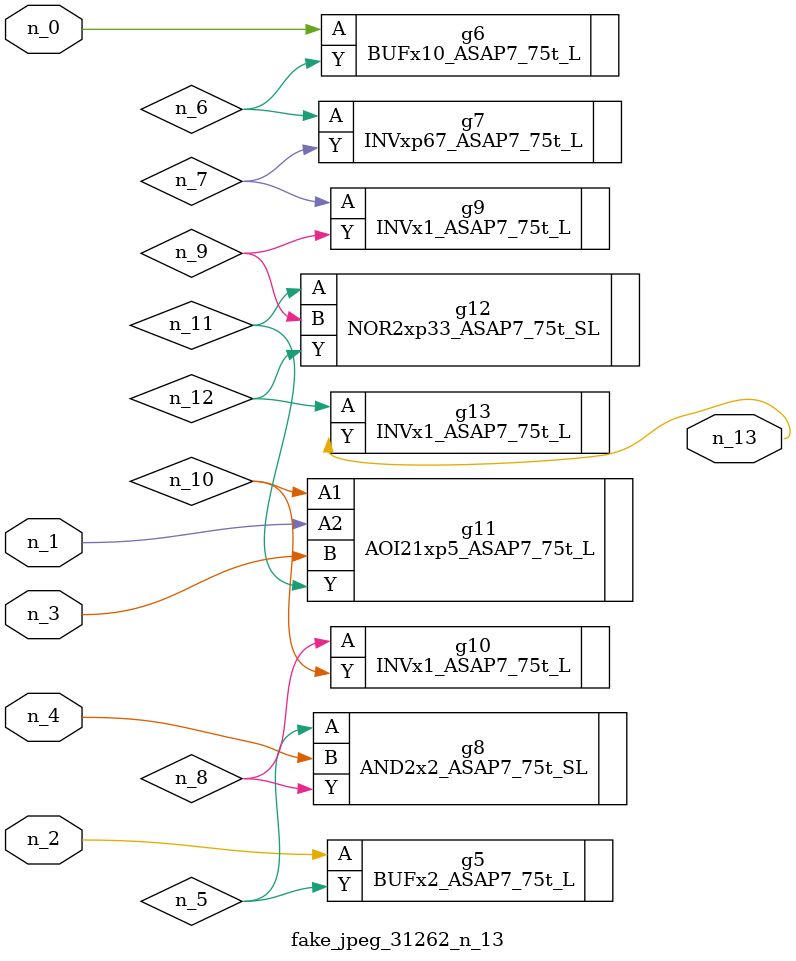
<source format=v>
module fake_jpeg_31262_n_13 (n_3, n_2, n_1, n_0, n_4, n_13);

input n_3;
input n_2;
input n_1;
input n_0;
input n_4;

output n_13;

wire n_11;
wire n_10;
wire n_12;
wire n_8;
wire n_9;
wire n_6;
wire n_5;
wire n_7;

BUFx2_ASAP7_75t_L g5 ( 
.A(n_2),
.Y(n_5)
);

BUFx10_ASAP7_75t_L g6 ( 
.A(n_0),
.Y(n_6)
);

INVxp67_ASAP7_75t_L g7 ( 
.A(n_6),
.Y(n_7)
);

INVx1_ASAP7_75t_L g9 ( 
.A(n_7),
.Y(n_9)
);

AND2x2_ASAP7_75t_SL g8 ( 
.A(n_5),
.B(n_4),
.Y(n_8)
);

INVx1_ASAP7_75t_L g10 ( 
.A(n_8),
.Y(n_10)
);

AOI21xp5_ASAP7_75t_L g11 ( 
.A1(n_10),
.A2(n_1),
.B(n_3),
.Y(n_11)
);

NOR2xp33_ASAP7_75t_SL g12 ( 
.A(n_11),
.B(n_9),
.Y(n_12)
);

INVx1_ASAP7_75t_L g13 ( 
.A(n_12),
.Y(n_13)
);


endmodule
</source>
